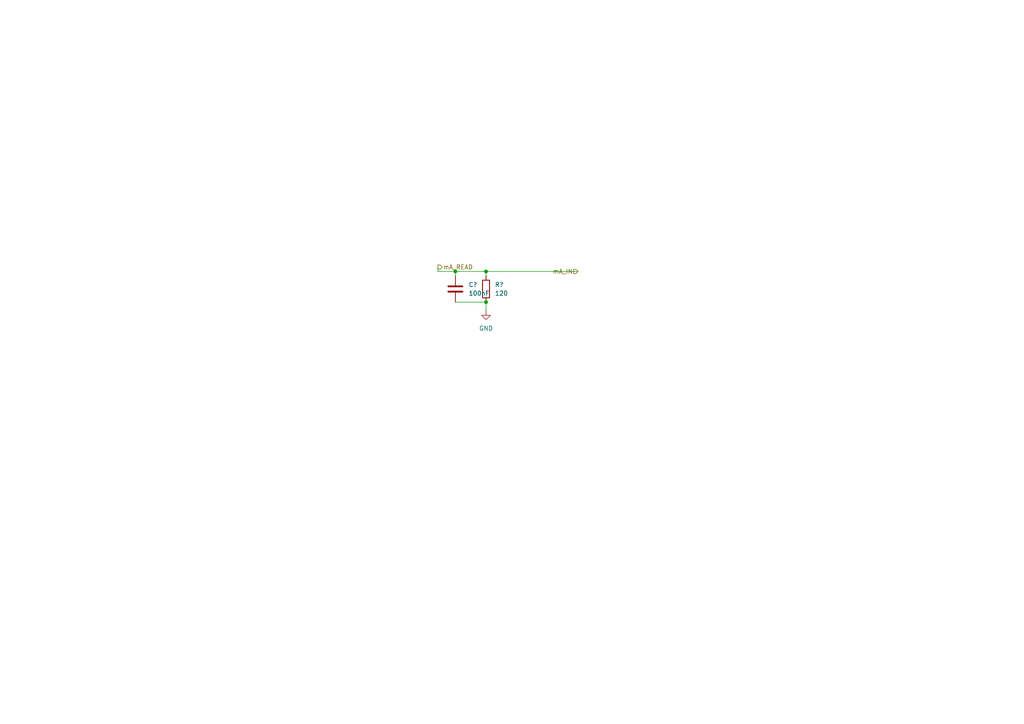
<source format=kicad_sch>
(kicad_sch
	(version 20250114)
	(generator "eeschema")
	(generator_version "9.0")
	(uuid "8748209c-463b-48c8-8b33-9352dfa13c8c")
	(paper "A4")
	(lib_symbols
		(symbol "Device:C"
			(pin_numbers
				(hide yes)
			)
			(pin_names
				(offset 0.254)
			)
			(exclude_from_sim no)
			(in_bom yes)
			(on_board yes)
			(property "Reference" "C"
				(at 0.635 2.54 0)
				(effects
					(font
						(size 1.27 1.27)
					)
					(justify left)
				)
			)
			(property "Value" "C"
				(at 0.635 -2.54 0)
				(effects
					(font
						(size 1.27 1.27)
					)
					(justify left)
				)
			)
			(property "Footprint" ""
				(at 0.9652 -3.81 0)
				(effects
					(font
						(size 1.27 1.27)
					)
					(hide yes)
				)
			)
			(property "Datasheet" "~"
				(at 0 0 0)
				(effects
					(font
						(size 1.27 1.27)
					)
					(hide yes)
				)
			)
			(property "Description" "Unpolarized capacitor"
				(at 0 0 0)
				(effects
					(font
						(size 1.27 1.27)
					)
					(hide yes)
				)
			)
			(property "ki_keywords" "cap capacitor"
				(at 0 0 0)
				(effects
					(font
						(size 1.27 1.27)
					)
					(hide yes)
				)
			)
			(property "ki_fp_filters" "C_*"
				(at 0 0 0)
				(effects
					(font
						(size 1.27 1.27)
					)
					(hide yes)
				)
			)
			(symbol "C_0_1"
				(polyline
					(pts
						(xy -2.032 0.762) (xy 2.032 0.762)
					)
					(stroke
						(width 0.508)
						(type default)
					)
					(fill
						(type none)
					)
				)
				(polyline
					(pts
						(xy -2.032 -0.762) (xy 2.032 -0.762)
					)
					(stroke
						(width 0.508)
						(type default)
					)
					(fill
						(type none)
					)
				)
			)
			(symbol "C_1_1"
				(pin passive line
					(at 0 3.81 270)
					(length 2.794)
					(name "~"
						(effects
							(font
								(size 1.27 1.27)
							)
						)
					)
					(number "1"
						(effects
							(font
								(size 1.27 1.27)
							)
						)
					)
				)
				(pin passive line
					(at 0 -3.81 90)
					(length 2.794)
					(name "~"
						(effects
							(font
								(size 1.27 1.27)
							)
						)
					)
					(number "2"
						(effects
							(font
								(size 1.27 1.27)
							)
						)
					)
				)
			)
			(embedded_fonts no)
		)
		(symbol "Device:R"
			(pin_numbers
				(hide yes)
			)
			(pin_names
				(offset 0)
			)
			(exclude_from_sim no)
			(in_bom yes)
			(on_board yes)
			(property "Reference" "R"
				(at 2.032 0 90)
				(effects
					(font
						(size 1.27 1.27)
					)
				)
			)
			(property "Value" "R"
				(at 0 0 90)
				(effects
					(font
						(size 1.27 1.27)
					)
				)
			)
			(property "Footprint" ""
				(at -1.778 0 90)
				(effects
					(font
						(size 1.27 1.27)
					)
					(hide yes)
				)
			)
			(property "Datasheet" "~"
				(at 0 0 0)
				(effects
					(font
						(size 1.27 1.27)
					)
					(hide yes)
				)
			)
			(property "Description" "Resistor"
				(at 0 0 0)
				(effects
					(font
						(size 1.27 1.27)
					)
					(hide yes)
				)
			)
			(property "ki_keywords" "R res resistor"
				(at 0 0 0)
				(effects
					(font
						(size 1.27 1.27)
					)
					(hide yes)
				)
			)
			(property "ki_fp_filters" "R_*"
				(at 0 0 0)
				(effects
					(font
						(size 1.27 1.27)
					)
					(hide yes)
				)
			)
			(symbol "R_0_1"
				(rectangle
					(start -1.016 -2.54)
					(end 1.016 2.54)
					(stroke
						(width 0.254)
						(type default)
					)
					(fill
						(type none)
					)
				)
			)
			(symbol "R_1_1"
				(pin passive line
					(at 0 3.81 270)
					(length 1.27)
					(name "~"
						(effects
							(font
								(size 1.27 1.27)
							)
						)
					)
					(number "1"
						(effects
							(font
								(size 1.27 1.27)
							)
						)
					)
				)
				(pin passive line
					(at 0 -3.81 90)
					(length 1.27)
					(name "~"
						(effects
							(font
								(size 1.27 1.27)
							)
						)
					)
					(number "2"
						(effects
							(font
								(size 1.27 1.27)
							)
						)
					)
				)
			)
			(embedded_fonts no)
		)
		(symbol "power:GND"
			(power)
			(pin_numbers
				(hide yes)
			)
			(pin_names
				(offset 0)
				(hide yes)
			)
			(exclude_from_sim no)
			(in_bom yes)
			(on_board yes)
			(property "Reference" "#PWR"
				(at 0 -6.35 0)
				(effects
					(font
						(size 1.27 1.27)
					)
					(hide yes)
				)
			)
			(property "Value" "GND"
				(at 0 -3.81 0)
				(effects
					(font
						(size 1.27 1.27)
					)
				)
			)
			(property "Footprint" ""
				(at 0 0 0)
				(effects
					(font
						(size 1.27 1.27)
					)
					(hide yes)
				)
			)
			(property "Datasheet" ""
				(at 0 0 0)
				(effects
					(font
						(size 1.27 1.27)
					)
					(hide yes)
				)
			)
			(property "Description" "Power symbol creates a global label with name \"GND\" , ground"
				(at 0 0 0)
				(effects
					(font
						(size 1.27 1.27)
					)
					(hide yes)
				)
			)
			(property "ki_keywords" "global power"
				(at 0 0 0)
				(effects
					(font
						(size 1.27 1.27)
					)
					(hide yes)
				)
			)
			(symbol "GND_0_1"
				(polyline
					(pts
						(xy 0 0) (xy 0 -1.27) (xy 1.27 -1.27) (xy 0 -2.54) (xy -1.27 -1.27) (xy 0 -1.27)
					)
					(stroke
						(width 0)
						(type default)
					)
					(fill
						(type none)
					)
				)
			)
			(symbol "GND_1_1"
				(pin power_in line
					(at 0 0 270)
					(length 0)
					(name "~"
						(effects
							(font
								(size 1.27 1.27)
							)
						)
					)
					(number "1"
						(effects
							(font
								(size 1.27 1.27)
							)
						)
					)
				)
			)
			(embedded_fonts no)
		)
	)
	(junction
		(at 140.97 87.63)
		(diameter 0)
		(color 0 0 0 0)
		(uuid "073e6e56-882a-4309-8c6f-f56442752e8b")
	)
	(junction
		(at 140.97 78.74)
		(diameter 0)
		(color 0 0 0 0)
		(uuid "15fa0f5b-4e73-4f3a-8992-1ee5f105f8d9")
	)
	(junction
		(at 132.08 78.74)
		(diameter 0)
		(color 0 0 0 0)
		(uuid "f1280276-2219-4ca4-8e67-e5ba9c6bf7f8")
	)
	(wire
		(pts
			(xy 140.97 78.74) (xy 140.97 80.01)
		)
		(stroke
			(width 0)
			(type default)
		)
		(uuid "040f8fe4-07f3-4fa3-b599-0ef528a0e03b")
	)
	(wire
		(pts
			(xy 127 78.74) (xy 132.08 78.74)
		)
		(stroke
			(width 0)
			(type default)
		)
		(uuid "5415334e-f52a-487e-b00f-756ec5588a2b")
	)
	(wire
		(pts
			(xy 132.08 78.74) (xy 140.97 78.74)
		)
		(stroke
			(width 0)
			(type default)
		)
		(uuid "758e35da-17d3-4dd8-a28a-3cf043f0f7df")
	)
	(wire
		(pts
			(xy 140.97 87.63) (xy 132.08 87.63)
		)
		(stroke
			(width 0)
			(type default)
		)
		(uuid "7842ef56-3275-4d4b-ac36-da6a68aa2e3d")
	)
	(wire
		(pts
			(xy 132.08 78.74) (xy 132.08 80.01)
		)
		(stroke
			(width 0)
			(type default)
		)
		(uuid "93d2cf15-6a86-48ea-9fe1-2273b046c3e6")
	)
	(wire
		(pts
			(xy 127 77.47) (xy 127 78.74)
		)
		(stroke
			(width 0)
			(type default)
		)
		(uuid "94789753-b345-49d0-a4aa-06206f9279ce")
	)
	(wire
		(pts
			(xy 140.97 78.74) (xy 167.64 78.74)
		)
		(stroke
			(width 0)
			(type default)
		)
		(uuid "aa6bbc8b-e5c4-407c-b433-4a5b35427156")
	)
	(wire
		(pts
			(xy 140.97 87.63) (xy 140.97 90.17)
		)
		(stroke
			(width 0)
			(type default)
		)
		(uuid "e5f24dea-294d-4f94-bece-530d29a44099")
	)
	(hierarchical_label "mA_IN"
		(shape input)
		(at 167.64 78.74 180)
		(effects
			(font
				(size 1.27 1.27)
			)
			(justify right)
		)
		(uuid "c7836949-5bae-4298-a862-939a145fd298")
	)
	(hierarchical_label "mA_READ"
		(shape output)
		(at 127 77.47 0)
		(effects
			(font
				(size 1.27 1.27)
			)
			(justify left)
		)
		(uuid "ff51f694-364f-4e36-be1a-13e24b1e3ed1")
	)
	(symbol
		(lib_id "Device:R")
		(at 140.97 83.82 180)
		(unit 1)
		(exclude_from_sim no)
		(in_bom yes)
		(on_board yes)
		(dnp no)
		(fields_autoplaced yes)
		(uuid "06de1664-3be1-4d57-8c4f-078139e7dcba")
		(property "Reference" "R?"
			(at 143.51 82.5499 0)
			(effects
				(font
					(size 1.27 1.27)
				)
				(justify right)
			)
		)
		(property "Value" "120"
			(at 143.51 85.0899 0)
			(effects
				(font
					(size 1.27 1.27)
				)
				(justify right)
			)
		)
		(property "Footprint" "Resistor_SMD:R_0603_1608Metric"
			(at 142.748 83.82 90)
			(effects
				(font
					(size 1.27 1.27)
				)
				(hide yes)
			)
		)
		(property "Datasheet" "~"
			(at 140.97 83.82 0)
			(effects
				(font
					(size 1.27 1.27)
				)
				(hide yes)
			)
		)
		(property "Description" "Resistor"
			(at 140.97 83.82 0)
			(effects
				(font
					(size 1.27 1.27)
				)
				(hide yes)
			)
		)
		(property "Tolerance" "0.1-1%"
			(at 140.97 83.82 0)
			(effects
				(font
					(size 1.27 1.27)
				)
				(hide yes)
			)
		)
		(pin "1"
			(uuid "e4deee99-bdfb-4926-835b-a40e634ef5a5")
		)
		(pin "2"
			(uuid "694f6152-f950-447b-8253-ede09748c302")
		)
		(instances
			(project ""
				(path "/8290cc18-06d0-4e02-a781-29a61ebc321a/9e4d7a0c-a5eb-4e88-9036-0c35e68b279a/89d29688-da71-49bb-a25b-d6f160f4d0d4"
					(reference "R14")
					(unit 1)
				)
				(path "/8290cc18-06d0-4e02-a781-29a61ebc321a/9e4d7a0c-a5eb-4e88-9036-0c35e68b279a/a4009674-06bb-4fe0-bcda-ed9945d86716"
					(reference "R13")
					(unit 1)
				)
			)
			(project "Entrada_mA"
				(path "/8748209c-463b-48c8-8b33-9352dfa13c8c"
					(reference "R?")
					(unit 1)
				)
			)
			(project "NIVARA_ZorionX_BOARD"
				(path "/8e19332e-3534-4a04-99a8-04957ac8928f/89d29688-da71-49bb-a25b-d6f160f4d0d4"
					(reference "R?")
					(unit 1)
				)
				(path "/8e19332e-3534-4a04-99a8-04957ac8928f/a4009674-06bb-4fe0-bcda-ed9945d86716"
					(reference "R?")
					(unit 1)
				)
			)
		)
	)
	(symbol
		(lib_id "Device:C")
		(at 132.08 83.82 0)
		(unit 1)
		(exclude_from_sim no)
		(in_bom yes)
		(on_board yes)
		(dnp no)
		(fields_autoplaced yes)
		(uuid "a6b590fd-b1e3-4547-b291-656ff020d666")
		(property "Reference" "C?"
			(at 135.89 82.5499 0)
			(effects
				(font
					(size 1.27 1.27)
				)
				(justify left)
			)
		)
		(property "Value" "100nF"
			(at 135.89 85.0899 0)
			(effects
				(font
					(size 1.27 1.27)
				)
				(justify left)
			)
		)
		(property "Footprint" "Capacitor_SMD:C_0805_2012Metric"
			(at 133.0452 87.63 0)
			(effects
				(font
					(size 1.27 1.27)
				)
				(hide yes)
			)
		)
		(property "Datasheet" "~"
			(at 132.08 83.82 0)
			(effects
				(font
					(size 1.27 1.27)
				)
				(hide yes)
			)
		)
		(property "Description" "Unpolarized capacitor"
			(at 132.08 83.82 0)
			(effects
				(font
					(size 1.27 1.27)
				)
				(hide yes)
			)
		)
		(pin "2"
			(uuid "fdcb3717-c529-4530-b91e-6295fd73c67f")
		)
		(pin "1"
			(uuid "685ce0a2-7a14-434d-b71f-801195fb46f1")
		)
		(instances
			(project "NIVARA"
				(path "/8290cc18-06d0-4e02-a781-29a61ebc321a/9e4d7a0c-a5eb-4e88-9036-0c35e68b279a/89d29688-da71-49bb-a25b-d6f160f4d0d4"
					(reference "C8")
					(unit 1)
				)
				(path "/8290cc18-06d0-4e02-a781-29a61ebc321a/9e4d7a0c-a5eb-4e88-9036-0c35e68b279a/a4009674-06bb-4fe0-bcda-ed9945d86716"
					(reference "C7")
					(unit 1)
				)
			)
			(project "Entrada_mA"
				(path "/8748209c-463b-48c8-8b33-9352dfa13c8c"
					(reference "C?")
					(unit 1)
				)
			)
			(project "NIVARA_ZorionX_BOARD"
				(path "/8e19332e-3534-4a04-99a8-04957ac8928f/89d29688-da71-49bb-a25b-d6f160f4d0d4"
					(reference "C?")
					(unit 1)
				)
				(path "/8e19332e-3534-4a04-99a8-04957ac8928f/a4009674-06bb-4fe0-bcda-ed9945d86716"
					(reference "C?")
					(unit 1)
				)
			)
		)
	)
	(symbol
		(lib_id "power:GND")
		(at 140.97 90.17 0)
		(unit 1)
		(exclude_from_sim no)
		(in_bom yes)
		(on_board yes)
		(dnp no)
		(fields_autoplaced yes)
		(uuid "fb689e34-0b60-4d3f-8556-1e14706045f9")
		(property "Reference" "#PWR?"
			(at 140.97 96.52 0)
			(effects
				(font
					(size 1.27 1.27)
				)
				(hide yes)
			)
		)
		(property "Value" "GND"
			(at 140.97 95.25 0)
			(effects
				(font
					(size 1.27 1.27)
				)
			)
		)
		(property "Footprint" ""
			(at 140.97 90.17 0)
			(effects
				(font
					(size 1.27 1.27)
				)
				(hide yes)
			)
		)
		(property "Datasheet" ""
			(at 140.97 90.17 0)
			(effects
				(font
					(size 1.27 1.27)
				)
				(hide yes)
			)
		)
		(property "Description" "Power symbol creates a global label with name \"GND\" , ground"
			(at 140.97 90.17 0)
			(effects
				(font
					(size 1.27 1.27)
				)
				(hide yes)
			)
		)
		(pin "1"
			(uuid "ce5aeb2c-4b6f-4319-a5ae-0ff72d1fee6d")
		)
		(instances
			(project ""
				(path "/8290cc18-06d0-4e02-a781-29a61ebc321a/9e4d7a0c-a5eb-4e88-9036-0c35e68b279a/89d29688-da71-49bb-a25b-d6f160f4d0d4"
					(reference "#PWR038")
					(unit 1)
				)
				(path "/8290cc18-06d0-4e02-a781-29a61ebc321a/9e4d7a0c-a5eb-4e88-9036-0c35e68b279a/a4009674-06bb-4fe0-bcda-ed9945d86716"
					(reference "#PWR037")
					(unit 1)
				)
			)
			(project "Entrada_mA"
				(path "/8748209c-463b-48c8-8b33-9352dfa13c8c"
					(reference "#PWR?")
					(unit 1)
				)
			)
			(project "NIVARA_ZorionX_BOARD"
				(path "/8e19332e-3534-4a04-99a8-04957ac8928f/89d29688-da71-49bb-a25b-d6f160f4d0d4"
					(reference "#PWR?")
					(unit 1)
				)
				(path "/8e19332e-3534-4a04-99a8-04957ac8928f/a4009674-06bb-4fe0-bcda-ed9945d86716"
					(reference "#PWR?")
					(unit 1)
				)
			)
		)
	)
	(sheet_instances
		(path "/"
			(page "1")
		)
	)
	(embedded_fonts no)
)

</source>
